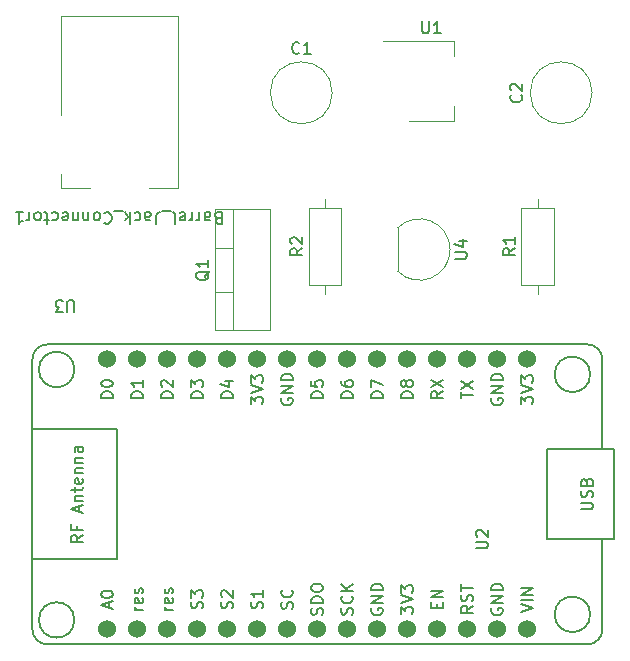
<source format=gbr>
%TF.GenerationSoftware,KiCad,Pcbnew,(6.0.7)*%
%TF.CreationDate,2024-02-17T17:29:39-05:00*%
%TF.ProjectId,temp_fan_controller,74656d70-5f66-4616-9e5f-636f6e74726f,rev?*%
%TF.SameCoordinates,Original*%
%TF.FileFunction,Legend,Top*%
%TF.FilePolarity,Positive*%
%FSLAX46Y46*%
G04 Gerber Fmt 4.6, Leading zero omitted, Abs format (unit mm)*
G04 Created by KiCad (PCBNEW (6.0.7)) date 2024-02-17 17:29:39*
%MOMM*%
%LPD*%
G01*
G04 APERTURE LIST*
%ADD10C,0.150000*%
%ADD11C,0.120000*%
%ADD12C,1.524000*%
G04 APERTURE END LIST*
D10*
%TO.C,U4*%
X127012380Y-81031904D02*
X127821904Y-81031904D01*
X127917142Y-80984285D01*
X127964761Y-80936666D01*
X128012380Y-80841428D01*
X128012380Y-80650952D01*
X127964761Y-80555714D01*
X127917142Y-80508095D01*
X127821904Y-80460476D01*
X127012380Y-80460476D01*
X127345714Y-79555714D02*
X128012380Y-79555714D01*
X126964761Y-79793809D02*
X127679047Y-80031904D01*
X127679047Y-79412857D01*
%TO.C,U3*%
X94761904Y-85547619D02*
X94761904Y-84738095D01*
X94714285Y-84642857D01*
X94666666Y-84595238D01*
X94571428Y-84547619D01*
X94380952Y-84547619D01*
X94285714Y-84595238D01*
X94238095Y-84642857D01*
X94190476Y-84738095D01*
X94190476Y-85547619D01*
X93809523Y-85547619D02*
X93190476Y-85547619D01*
X93523809Y-85166666D01*
X93380952Y-85166666D01*
X93285714Y-85119047D01*
X93238095Y-85071428D01*
X93190476Y-84976190D01*
X93190476Y-84738095D01*
X93238095Y-84642857D01*
X93285714Y-84595238D01*
X93380952Y-84547619D01*
X93666666Y-84547619D01*
X93761904Y-84595238D01*
X93809523Y-84642857D01*
%TO.C,U2*%
X128787380Y-105571904D02*
X129596904Y-105571904D01*
X129692142Y-105524285D01*
X129739761Y-105476666D01*
X129787380Y-105381428D01*
X129787380Y-105190952D01*
X129739761Y-105095714D01*
X129692142Y-105048095D01*
X129596904Y-105000476D01*
X128787380Y-105000476D01*
X128882619Y-104571904D02*
X128835000Y-104524285D01*
X128787380Y-104429047D01*
X128787380Y-104190952D01*
X128835000Y-104095714D01*
X128882619Y-104048095D01*
X128977857Y-104000476D01*
X129073095Y-104000476D01*
X129215952Y-104048095D01*
X129787380Y-104619523D01*
X129787380Y-104000476D01*
X118357380Y-92848095D02*
X117357380Y-92848095D01*
X117357380Y-92610000D01*
X117405000Y-92467142D01*
X117500238Y-92371904D01*
X117595476Y-92324285D01*
X117785952Y-92276666D01*
X117928809Y-92276666D01*
X118119285Y-92324285D01*
X118214523Y-92371904D01*
X118309761Y-92467142D01*
X118357380Y-92610000D01*
X118357380Y-92848095D01*
X117357380Y-91419523D02*
X117357380Y-91610000D01*
X117405000Y-91705238D01*
X117452619Y-91752857D01*
X117595476Y-91848095D01*
X117785952Y-91895714D01*
X118166904Y-91895714D01*
X118262142Y-91848095D01*
X118309761Y-91800476D01*
X118357380Y-91705238D01*
X118357380Y-91514761D01*
X118309761Y-91419523D01*
X118262142Y-91371904D01*
X118166904Y-91324285D01*
X117928809Y-91324285D01*
X117833571Y-91371904D01*
X117785952Y-91419523D01*
X117738333Y-91514761D01*
X117738333Y-91705238D01*
X117785952Y-91800476D01*
X117833571Y-91848095D01*
X117928809Y-91895714D01*
X98037380Y-92848095D02*
X97037380Y-92848095D01*
X97037380Y-92610000D01*
X97085000Y-92467142D01*
X97180238Y-92371904D01*
X97275476Y-92324285D01*
X97465952Y-92276666D01*
X97608809Y-92276666D01*
X97799285Y-92324285D01*
X97894523Y-92371904D01*
X97989761Y-92467142D01*
X98037380Y-92610000D01*
X98037380Y-92848095D01*
X97037380Y-91657619D02*
X97037380Y-91562380D01*
X97085000Y-91467142D01*
X97132619Y-91419523D01*
X97227857Y-91371904D01*
X97418333Y-91324285D01*
X97656428Y-91324285D01*
X97846904Y-91371904D01*
X97942142Y-91419523D01*
X97989761Y-91467142D01*
X98037380Y-91562380D01*
X98037380Y-91657619D01*
X97989761Y-91752857D01*
X97942142Y-91800476D01*
X97846904Y-91848095D01*
X97656428Y-91895714D01*
X97418333Y-91895714D01*
X97227857Y-91848095D01*
X97132619Y-91800476D01*
X97085000Y-91752857D01*
X97037380Y-91657619D01*
X125453571Y-110628095D02*
X125453571Y-110294761D01*
X125977380Y-110151904D02*
X125977380Y-110628095D01*
X124977380Y-110628095D01*
X124977380Y-110151904D01*
X125977380Y-109723333D02*
X124977380Y-109723333D01*
X125977380Y-109151904D01*
X124977380Y-109151904D01*
X100577380Y-110794761D02*
X99910714Y-110794761D01*
X100101190Y-110794761D02*
X100005952Y-110747142D01*
X99958333Y-110699523D01*
X99910714Y-110604285D01*
X99910714Y-110509047D01*
X100529761Y-109794761D02*
X100577380Y-109890000D01*
X100577380Y-110080476D01*
X100529761Y-110175714D01*
X100434523Y-110223333D01*
X100053571Y-110223333D01*
X99958333Y-110175714D01*
X99910714Y-110080476D01*
X99910714Y-109890000D01*
X99958333Y-109794761D01*
X100053571Y-109747142D01*
X100148809Y-109747142D01*
X100244047Y-110223333D01*
X100529761Y-109366190D02*
X100577380Y-109270952D01*
X100577380Y-109080476D01*
X100529761Y-108985238D01*
X100434523Y-108937619D01*
X100386904Y-108937619D01*
X100291666Y-108985238D01*
X100244047Y-109080476D01*
X100244047Y-109223333D01*
X100196428Y-109318571D01*
X100101190Y-109366190D01*
X100053571Y-109366190D01*
X99958333Y-109318571D01*
X99910714Y-109223333D01*
X99910714Y-109080476D01*
X99958333Y-108985238D01*
X95497380Y-104452380D02*
X95021190Y-104785714D01*
X95497380Y-105023809D02*
X94497380Y-105023809D01*
X94497380Y-104642857D01*
X94545000Y-104547619D01*
X94592619Y-104500000D01*
X94687857Y-104452380D01*
X94830714Y-104452380D01*
X94925952Y-104500000D01*
X94973571Y-104547619D01*
X95021190Y-104642857D01*
X95021190Y-105023809D01*
X94973571Y-103690476D02*
X94973571Y-104023809D01*
X95497380Y-104023809D02*
X94497380Y-104023809D01*
X94497380Y-103547619D01*
X95211666Y-102452380D02*
X95211666Y-101976190D01*
X95497380Y-102547619D02*
X94497380Y-102214285D01*
X95497380Y-101880952D01*
X94830714Y-101547619D02*
X95497380Y-101547619D01*
X94925952Y-101547619D02*
X94878333Y-101500000D01*
X94830714Y-101404761D01*
X94830714Y-101261904D01*
X94878333Y-101166666D01*
X94973571Y-101119047D01*
X95497380Y-101119047D01*
X94830714Y-100785714D02*
X94830714Y-100404761D01*
X94497380Y-100642857D02*
X95354523Y-100642857D01*
X95449761Y-100595238D01*
X95497380Y-100500000D01*
X95497380Y-100404761D01*
X95449761Y-99690476D02*
X95497380Y-99785714D01*
X95497380Y-99976190D01*
X95449761Y-100071428D01*
X95354523Y-100119047D01*
X94973571Y-100119047D01*
X94878333Y-100071428D01*
X94830714Y-99976190D01*
X94830714Y-99785714D01*
X94878333Y-99690476D01*
X94973571Y-99642857D01*
X95068809Y-99642857D01*
X95164047Y-100119047D01*
X94830714Y-99214285D02*
X95497380Y-99214285D01*
X94925952Y-99214285D02*
X94878333Y-99166666D01*
X94830714Y-99071428D01*
X94830714Y-98928571D01*
X94878333Y-98833333D01*
X94973571Y-98785714D01*
X95497380Y-98785714D01*
X94830714Y-98309523D02*
X95497380Y-98309523D01*
X94925952Y-98309523D02*
X94878333Y-98261904D01*
X94830714Y-98166666D01*
X94830714Y-98023809D01*
X94878333Y-97928571D01*
X94973571Y-97880952D01*
X95497380Y-97880952D01*
X95497380Y-96976190D02*
X94973571Y-96976190D01*
X94878333Y-97023809D01*
X94830714Y-97119047D01*
X94830714Y-97309523D01*
X94878333Y-97404761D01*
X95449761Y-96976190D02*
X95497380Y-97071428D01*
X95497380Y-97309523D01*
X95449761Y-97404761D01*
X95354523Y-97452380D01*
X95259285Y-97452380D01*
X95164047Y-97404761D01*
X95116428Y-97309523D01*
X95116428Y-97071428D01*
X95068809Y-96976190D01*
X137677380Y-102261904D02*
X138486904Y-102261904D01*
X138582142Y-102214285D01*
X138629761Y-102166666D01*
X138677380Y-102071428D01*
X138677380Y-101880952D01*
X138629761Y-101785714D01*
X138582142Y-101738095D01*
X138486904Y-101690476D01*
X137677380Y-101690476D01*
X138629761Y-101261904D02*
X138677380Y-101119047D01*
X138677380Y-100880952D01*
X138629761Y-100785714D01*
X138582142Y-100738095D01*
X138486904Y-100690476D01*
X138391666Y-100690476D01*
X138296428Y-100738095D01*
X138248809Y-100785714D01*
X138201190Y-100880952D01*
X138153571Y-101071428D01*
X138105952Y-101166666D01*
X138058333Y-101214285D01*
X137963095Y-101261904D01*
X137867857Y-101261904D01*
X137772619Y-101214285D01*
X137725000Y-101166666D01*
X137677380Y-101071428D01*
X137677380Y-100833333D01*
X137725000Y-100690476D01*
X138153571Y-99928571D02*
X138201190Y-99785714D01*
X138248809Y-99738095D01*
X138344047Y-99690476D01*
X138486904Y-99690476D01*
X138582142Y-99738095D01*
X138629761Y-99785714D01*
X138677380Y-99880952D01*
X138677380Y-100261904D01*
X137677380Y-100261904D01*
X137677380Y-99928571D01*
X137725000Y-99833333D01*
X137772619Y-99785714D01*
X137867857Y-99738095D01*
X137963095Y-99738095D01*
X138058333Y-99785714D01*
X138105952Y-99833333D01*
X138153571Y-99928571D01*
X138153571Y-100261904D01*
X125977380Y-92276666D02*
X125501190Y-92610000D01*
X125977380Y-92848095D02*
X124977380Y-92848095D01*
X124977380Y-92467142D01*
X125025000Y-92371904D01*
X125072619Y-92324285D01*
X125167857Y-92276666D01*
X125310714Y-92276666D01*
X125405952Y-92324285D01*
X125453571Y-92371904D01*
X125501190Y-92467142D01*
X125501190Y-92848095D01*
X124977380Y-91943333D02*
X125977380Y-91276666D01*
X124977380Y-91276666D02*
X125977380Y-91943333D01*
X100577380Y-92848095D02*
X99577380Y-92848095D01*
X99577380Y-92610000D01*
X99625000Y-92467142D01*
X99720238Y-92371904D01*
X99815476Y-92324285D01*
X100005952Y-92276666D01*
X100148809Y-92276666D01*
X100339285Y-92324285D01*
X100434523Y-92371904D01*
X100529761Y-92467142D01*
X100577380Y-92610000D01*
X100577380Y-92848095D01*
X100577380Y-91324285D02*
X100577380Y-91895714D01*
X100577380Y-91610000D02*
X99577380Y-91610000D01*
X99720238Y-91705238D01*
X99815476Y-91800476D01*
X99863095Y-91895714D01*
X132597380Y-110985238D02*
X133597380Y-110651904D01*
X132597380Y-110318571D01*
X133597380Y-109985238D02*
X132597380Y-109985238D01*
X133597380Y-109509047D02*
X132597380Y-109509047D01*
X133597380Y-108937619D01*
X132597380Y-108937619D01*
X119945000Y-110651904D02*
X119897380Y-110747142D01*
X119897380Y-110890000D01*
X119945000Y-111032857D01*
X120040238Y-111128095D01*
X120135476Y-111175714D01*
X120325952Y-111223333D01*
X120468809Y-111223333D01*
X120659285Y-111175714D01*
X120754523Y-111128095D01*
X120849761Y-111032857D01*
X120897380Y-110890000D01*
X120897380Y-110794761D01*
X120849761Y-110651904D01*
X120802142Y-110604285D01*
X120468809Y-110604285D01*
X120468809Y-110794761D01*
X120897380Y-110175714D02*
X119897380Y-110175714D01*
X120897380Y-109604285D01*
X119897380Y-109604285D01*
X120897380Y-109128095D02*
X119897380Y-109128095D01*
X119897380Y-108890000D01*
X119945000Y-108747142D01*
X120040238Y-108651904D01*
X120135476Y-108604285D01*
X120325952Y-108556666D01*
X120468809Y-108556666D01*
X120659285Y-108604285D01*
X120754523Y-108651904D01*
X120849761Y-108747142D01*
X120897380Y-108890000D01*
X120897380Y-109128095D01*
X115769761Y-111199523D02*
X115817380Y-111056666D01*
X115817380Y-110818571D01*
X115769761Y-110723333D01*
X115722142Y-110675714D01*
X115626904Y-110628095D01*
X115531666Y-110628095D01*
X115436428Y-110675714D01*
X115388809Y-110723333D01*
X115341190Y-110818571D01*
X115293571Y-111009047D01*
X115245952Y-111104285D01*
X115198333Y-111151904D01*
X115103095Y-111199523D01*
X115007857Y-111199523D01*
X114912619Y-111151904D01*
X114865000Y-111104285D01*
X114817380Y-111009047D01*
X114817380Y-110770952D01*
X114865000Y-110628095D01*
X115817380Y-110199523D02*
X114817380Y-110199523D01*
X114817380Y-109961428D01*
X114865000Y-109818571D01*
X114960238Y-109723333D01*
X115055476Y-109675714D01*
X115245952Y-109628095D01*
X115388809Y-109628095D01*
X115579285Y-109675714D01*
X115674523Y-109723333D01*
X115769761Y-109818571D01*
X115817380Y-109961428D01*
X115817380Y-110199523D01*
X114817380Y-109009047D02*
X114817380Y-108818571D01*
X114865000Y-108723333D01*
X114960238Y-108628095D01*
X115150714Y-108580476D01*
X115484047Y-108580476D01*
X115674523Y-108628095D01*
X115769761Y-108723333D01*
X115817380Y-108818571D01*
X115817380Y-109009047D01*
X115769761Y-109104285D01*
X115674523Y-109199523D01*
X115484047Y-109247142D01*
X115150714Y-109247142D01*
X114960238Y-109199523D01*
X114865000Y-109104285D01*
X114817380Y-109009047D01*
X97751666Y-110604285D02*
X97751666Y-110128095D01*
X98037380Y-110699523D02*
X97037380Y-110366190D01*
X98037380Y-110032857D01*
X97037380Y-109509047D02*
X97037380Y-109413809D01*
X97085000Y-109318571D01*
X97132619Y-109270952D01*
X97227857Y-109223333D01*
X97418333Y-109175714D01*
X97656428Y-109175714D01*
X97846904Y-109223333D01*
X97942142Y-109270952D01*
X97989761Y-109318571D01*
X98037380Y-109413809D01*
X98037380Y-109509047D01*
X97989761Y-109604285D01*
X97942142Y-109651904D01*
X97846904Y-109699523D01*
X97656428Y-109747142D01*
X97418333Y-109747142D01*
X97227857Y-109699523D01*
X97132619Y-109651904D01*
X97085000Y-109604285D01*
X97037380Y-109509047D01*
X108197380Y-92848095D02*
X107197380Y-92848095D01*
X107197380Y-92610000D01*
X107245000Y-92467142D01*
X107340238Y-92371904D01*
X107435476Y-92324285D01*
X107625952Y-92276666D01*
X107768809Y-92276666D01*
X107959285Y-92324285D01*
X108054523Y-92371904D01*
X108149761Y-92467142D01*
X108197380Y-92610000D01*
X108197380Y-92848095D01*
X107530714Y-91419523D02*
X108197380Y-91419523D01*
X107149761Y-91657619D02*
X107864047Y-91895714D01*
X107864047Y-91276666D01*
X130105000Y-92871904D02*
X130057380Y-92967142D01*
X130057380Y-93110000D01*
X130105000Y-93252857D01*
X130200238Y-93348095D01*
X130295476Y-93395714D01*
X130485952Y-93443333D01*
X130628809Y-93443333D01*
X130819285Y-93395714D01*
X130914523Y-93348095D01*
X131009761Y-93252857D01*
X131057380Y-93110000D01*
X131057380Y-93014761D01*
X131009761Y-92871904D01*
X130962142Y-92824285D01*
X130628809Y-92824285D01*
X130628809Y-93014761D01*
X131057380Y-92395714D02*
X130057380Y-92395714D01*
X131057380Y-91824285D01*
X130057380Y-91824285D01*
X131057380Y-91348095D02*
X130057380Y-91348095D01*
X130057380Y-91110000D01*
X130105000Y-90967142D01*
X130200238Y-90871904D01*
X130295476Y-90824285D01*
X130485952Y-90776666D01*
X130628809Y-90776666D01*
X130819285Y-90824285D01*
X130914523Y-90871904D01*
X131009761Y-90967142D01*
X131057380Y-91110000D01*
X131057380Y-91348095D01*
X122437380Y-111128095D02*
X122437380Y-110509047D01*
X122818333Y-110842380D01*
X122818333Y-110699523D01*
X122865952Y-110604285D01*
X122913571Y-110556666D01*
X123008809Y-110509047D01*
X123246904Y-110509047D01*
X123342142Y-110556666D01*
X123389761Y-110604285D01*
X123437380Y-110699523D01*
X123437380Y-110985238D01*
X123389761Y-111080476D01*
X123342142Y-111128095D01*
X122437380Y-110223333D02*
X123437380Y-109890000D01*
X122437380Y-109556666D01*
X122437380Y-109318571D02*
X122437380Y-108699523D01*
X122818333Y-109032857D01*
X122818333Y-108890000D01*
X122865952Y-108794761D01*
X122913571Y-108747142D01*
X123008809Y-108699523D01*
X123246904Y-108699523D01*
X123342142Y-108747142D01*
X123389761Y-108794761D01*
X123437380Y-108890000D01*
X123437380Y-109175714D01*
X123389761Y-109270952D01*
X123342142Y-109318571D01*
X110689761Y-110651904D02*
X110737380Y-110509047D01*
X110737380Y-110270952D01*
X110689761Y-110175714D01*
X110642142Y-110128095D01*
X110546904Y-110080476D01*
X110451666Y-110080476D01*
X110356428Y-110128095D01*
X110308809Y-110175714D01*
X110261190Y-110270952D01*
X110213571Y-110461428D01*
X110165952Y-110556666D01*
X110118333Y-110604285D01*
X110023095Y-110651904D01*
X109927857Y-110651904D01*
X109832619Y-110604285D01*
X109785000Y-110556666D01*
X109737380Y-110461428D01*
X109737380Y-110223333D01*
X109785000Y-110080476D01*
X110737380Y-109128095D02*
X110737380Y-109699523D01*
X110737380Y-109413809D02*
X109737380Y-109413809D01*
X109880238Y-109509047D01*
X109975476Y-109604285D01*
X110023095Y-109699523D01*
X109737380Y-93348095D02*
X109737380Y-92729047D01*
X110118333Y-93062380D01*
X110118333Y-92919523D01*
X110165952Y-92824285D01*
X110213571Y-92776666D01*
X110308809Y-92729047D01*
X110546904Y-92729047D01*
X110642142Y-92776666D01*
X110689761Y-92824285D01*
X110737380Y-92919523D01*
X110737380Y-93205238D01*
X110689761Y-93300476D01*
X110642142Y-93348095D01*
X109737380Y-92443333D02*
X110737380Y-92110000D01*
X109737380Y-91776666D01*
X109737380Y-91538571D02*
X109737380Y-90919523D01*
X110118333Y-91252857D01*
X110118333Y-91110000D01*
X110165952Y-91014761D01*
X110213571Y-90967142D01*
X110308809Y-90919523D01*
X110546904Y-90919523D01*
X110642142Y-90967142D01*
X110689761Y-91014761D01*
X110737380Y-91110000D01*
X110737380Y-91395714D01*
X110689761Y-91490952D01*
X110642142Y-91538571D01*
X120897380Y-92848095D02*
X119897380Y-92848095D01*
X119897380Y-92610000D01*
X119945000Y-92467142D01*
X120040238Y-92371904D01*
X120135476Y-92324285D01*
X120325952Y-92276666D01*
X120468809Y-92276666D01*
X120659285Y-92324285D01*
X120754523Y-92371904D01*
X120849761Y-92467142D01*
X120897380Y-92610000D01*
X120897380Y-92848095D01*
X119897380Y-91943333D02*
X119897380Y-91276666D01*
X120897380Y-91705238D01*
X123437380Y-92848095D02*
X122437380Y-92848095D01*
X122437380Y-92610000D01*
X122485000Y-92467142D01*
X122580238Y-92371904D01*
X122675476Y-92324285D01*
X122865952Y-92276666D01*
X123008809Y-92276666D01*
X123199285Y-92324285D01*
X123294523Y-92371904D01*
X123389761Y-92467142D01*
X123437380Y-92610000D01*
X123437380Y-92848095D01*
X122865952Y-91705238D02*
X122818333Y-91800476D01*
X122770714Y-91848095D01*
X122675476Y-91895714D01*
X122627857Y-91895714D01*
X122532619Y-91848095D01*
X122485000Y-91800476D01*
X122437380Y-91705238D01*
X122437380Y-91514761D01*
X122485000Y-91419523D01*
X122532619Y-91371904D01*
X122627857Y-91324285D01*
X122675476Y-91324285D01*
X122770714Y-91371904D01*
X122818333Y-91419523D01*
X122865952Y-91514761D01*
X122865952Y-91705238D01*
X122913571Y-91800476D01*
X122961190Y-91848095D01*
X123056428Y-91895714D01*
X123246904Y-91895714D01*
X123342142Y-91848095D01*
X123389761Y-91800476D01*
X123437380Y-91705238D01*
X123437380Y-91514761D01*
X123389761Y-91419523D01*
X123342142Y-91371904D01*
X123246904Y-91324285D01*
X123056428Y-91324285D01*
X122961190Y-91371904D01*
X122913571Y-91419523D01*
X122865952Y-91514761D01*
X113229761Y-110675714D02*
X113277380Y-110532857D01*
X113277380Y-110294761D01*
X113229761Y-110199523D01*
X113182142Y-110151904D01*
X113086904Y-110104285D01*
X112991666Y-110104285D01*
X112896428Y-110151904D01*
X112848809Y-110199523D01*
X112801190Y-110294761D01*
X112753571Y-110485238D01*
X112705952Y-110580476D01*
X112658333Y-110628095D01*
X112563095Y-110675714D01*
X112467857Y-110675714D01*
X112372619Y-110628095D01*
X112325000Y-110580476D01*
X112277380Y-110485238D01*
X112277380Y-110247142D01*
X112325000Y-110104285D01*
X113182142Y-109104285D02*
X113229761Y-109151904D01*
X113277380Y-109294761D01*
X113277380Y-109390000D01*
X113229761Y-109532857D01*
X113134523Y-109628095D01*
X113039285Y-109675714D01*
X112848809Y-109723333D01*
X112705952Y-109723333D01*
X112515476Y-109675714D01*
X112420238Y-109628095D01*
X112325000Y-109532857D01*
X112277380Y-109390000D01*
X112277380Y-109294761D01*
X112325000Y-109151904D01*
X112372619Y-109104285D01*
X105657380Y-92848095D02*
X104657380Y-92848095D01*
X104657380Y-92610000D01*
X104705000Y-92467142D01*
X104800238Y-92371904D01*
X104895476Y-92324285D01*
X105085952Y-92276666D01*
X105228809Y-92276666D01*
X105419285Y-92324285D01*
X105514523Y-92371904D01*
X105609761Y-92467142D01*
X105657380Y-92610000D01*
X105657380Y-92848095D01*
X104657380Y-91943333D02*
X104657380Y-91324285D01*
X105038333Y-91657619D01*
X105038333Y-91514761D01*
X105085952Y-91419523D01*
X105133571Y-91371904D01*
X105228809Y-91324285D01*
X105466904Y-91324285D01*
X105562142Y-91371904D01*
X105609761Y-91419523D01*
X105657380Y-91514761D01*
X105657380Y-91800476D01*
X105609761Y-91895714D01*
X105562142Y-91943333D01*
X128517380Y-110437619D02*
X128041190Y-110770952D01*
X128517380Y-111009047D02*
X127517380Y-111009047D01*
X127517380Y-110628095D01*
X127565000Y-110532857D01*
X127612619Y-110485238D01*
X127707857Y-110437619D01*
X127850714Y-110437619D01*
X127945952Y-110485238D01*
X127993571Y-110532857D01*
X128041190Y-110628095D01*
X128041190Y-111009047D01*
X128469761Y-110056666D02*
X128517380Y-109913809D01*
X128517380Y-109675714D01*
X128469761Y-109580476D01*
X128422142Y-109532857D01*
X128326904Y-109485238D01*
X128231666Y-109485238D01*
X128136428Y-109532857D01*
X128088809Y-109580476D01*
X128041190Y-109675714D01*
X127993571Y-109866190D01*
X127945952Y-109961428D01*
X127898333Y-110009047D01*
X127803095Y-110056666D01*
X127707857Y-110056666D01*
X127612619Y-110009047D01*
X127565000Y-109961428D01*
X127517380Y-109866190D01*
X127517380Y-109628095D01*
X127565000Y-109485238D01*
X127517380Y-109199523D02*
X127517380Y-108628095D01*
X128517380Y-108913809D02*
X127517380Y-108913809D01*
X108149761Y-110651904D02*
X108197380Y-110509047D01*
X108197380Y-110270952D01*
X108149761Y-110175714D01*
X108102142Y-110128095D01*
X108006904Y-110080476D01*
X107911666Y-110080476D01*
X107816428Y-110128095D01*
X107768809Y-110175714D01*
X107721190Y-110270952D01*
X107673571Y-110461428D01*
X107625952Y-110556666D01*
X107578333Y-110604285D01*
X107483095Y-110651904D01*
X107387857Y-110651904D01*
X107292619Y-110604285D01*
X107245000Y-110556666D01*
X107197380Y-110461428D01*
X107197380Y-110223333D01*
X107245000Y-110080476D01*
X107292619Y-109699523D02*
X107245000Y-109651904D01*
X107197380Y-109556666D01*
X107197380Y-109318571D01*
X107245000Y-109223333D01*
X107292619Y-109175714D01*
X107387857Y-109128095D01*
X107483095Y-109128095D01*
X107625952Y-109175714D01*
X108197380Y-109747142D01*
X108197380Y-109128095D01*
X127517380Y-92871904D02*
X127517380Y-92300476D01*
X128517380Y-92586190D02*
X127517380Y-92586190D01*
X127517380Y-92062380D02*
X128517380Y-91395714D01*
X127517380Y-91395714D02*
X128517380Y-92062380D01*
X118309761Y-111175714D02*
X118357380Y-111032857D01*
X118357380Y-110794761D01*
X118309761Y-110699523D01*
X118262142Y-110651904D01*
X118166904Y-110604285D01*
X118071666Y-110604285D01*
X117976428Y-110651904D01*
X117928809Y-110699523D01*
X117881190Y-110794761D01*
X117833571Y-110985238D01*
X117785952Y-111080476D01*
X117738333Y-111128095D01*
X117643095Y-111175714D01*
X117547857Y-111175714D01*
X117452619Y-111128095D01*
X117405000Y-111080476D01*
X117357380Y-110985238D01*
X117357380Y-110747142D01*
X117405000Y-110604285D01*
X118262142Y-109604285D02*
X118309761Y-109651904D01*
X118357380Y-109794761D01*
X118357380Y-109890000D01*
X118309761Y-110032857D01*
X118214523Y-110128095D01*
X118119285Y-110175714D01*
X117928809Y-110223333D01*
X117785952Y-110223333D01*
X117595476Y-110175714D01*
X117500238Y-110128095D01*
X117405000Y-110032857D01*
X117357380Y-109890000D01*
X117357380Y-109794761D01*
X117405000Y-109651904D01*
X117452619Y-109604285D01*
X118357380Y-109175714D02*
X117357380Y-109175714D01*
X118357380Y-108604285D02*
X117785952Y-109032857D01*
X117357380Y-108604285D02*
X117928809Y-109175714D01*
X103117380Y-92848095D02*
X102117380Y-92848095D01*
X102117380Y-92610000D01*
X102165000Y-92467142D01*
X102260238Y-92371904D01*
X102355476Y-92324285D01*
X102545952Y-92276666D01*
X102688809Y-92276666D01*
X102879285Y-92324285D01*
X102974523Y-92371904D01*
X103069761Y-92467142D01*
X103117380Y-92610000D01*
X103117380Y-92848095D01*
X102212619Y-91895714D02*
X102165000Y-91848095D01*
X102117380Y-91752857D01*
X102117380Y-91514761D01*
X102165000Y-91419523D01*
X102212619Y-91371904D01*
X102307857Y-91324285D01*
X102403095Y-91324285D01*
X102545952Y-91371904D01*
X103117380Y-91943333D01*
X103117380Y-91324285D01*
X105609761Y-110651904D02*
X105657380Y-110509047D01*
X105657380Y-110270952D01*
X105609761Y-110175714D01*
X105562142Y-110128095D01*
X105466904Y-110080476D01*
X105371666Y-110080476D01*
X105276428Y-110128095D01*
X105228809Y-110175714D01*
X105181190Y-110270952D01*
X105133571Y-110461428D01*
X105085952Y-110556666D01*
X105038333Y-110604285D01*
X104943095Y-110651904D01*
X104847857Y-110651904D01*
X104752619Y-110604285D01*
X104705000Y-110556666D01*
X104657380Y-110461428D01*
X104657380Y-110223333D01*
X104705000Y-110080476D01*
X104657380Y-109747142D02*
X104657380Y-109128095D01*
X105038333Y-109461428D01*
X105038333Y-109318571D01*
X105085952Y-109223333D01*
X105133571Y-109175714D01*
X105228809Y-109128095D01*
X105466904Y-109128095D01*
X105562142Y-109175714D01*
X105609761Y-109223333D01*
X105657380Y-109318571D01*
X105657380Y-109604285D01*
X105609761Y-109699523D01*
X105562142Y-109747142D01*
X130105000Y-110651904D02*
X130057380Y-110747142D01*
X130057380Y-110890000D01*
X130105000Y-111032857D01*
X130200238Y-111128095D01*
X130295476Y-111175714D01*
X130485952Y-111223333D01*
X130628809Y-111223333D01*
X130819285Y-111175714D01*
X130914523Y-111128095D01*
X131009761Y-111032857D01*
X131057380Y-110890000D01*
X131057380Y-110794761D01*
X131009761Y-110651904D01*
X130962142Y-110604285D01*
X130628809Y-110604285D01*
X130628809Y-110794761D01*
X131057380Y-110175714D02*
X130057380Y-110175714D01*
X131057380Y-109604285D01*
X130057380Y-109604285D01*
X131057380Y-109128095D02*
X130057380Y-109128095D01*
X130057380Y-108890000D01*
X130105000Y-108747142D01*
X130200238Y-108651904D01*
X130295476Y-108604285D01*
X130485952Y-108556666D01*
X130628809Y-108556666D01*
X130819285Y-108604285D01*
X130914523Y-108651904D01*
X131009761Y-108747142D01*
X131057380Y-108890000D01*
X131057380Y-109128095D01*
X132597380Y-93348095D02*
X132597380Y-92729047D01*
X132978333Y-93062380D01*
X132978333Y-92919523D01*
X133025952Y-92824285D01*
X133073571Y-92776666D01*
X133168809Y-92729047D01*
X133406904Y-92729047D01*
X133502142Y-92776666D01*
X133549761Y-92824285D01*
X133597380Y-92919523D01*
X133597380Y-93205238D01*
X133549761Y-93300476D01*
X133502142Y-93348095D01*
X132597380Y-92443333D02*
X133597380Y-92110000D01*
X132597380Y-91776666D01*
X132597380Y-91538571D02*
X132597380Y-90919523D01*
X132978333Y-91252857D01*
X132978333Y-91110000D01*
X133025952Y-91014761D01*
X133073571Y-90967142D01*
X133168809Y-90919523D01*
X133406904Y-90919523D01*
X133502142Y-90967142D01*
X133549761Y-91014761D01*
X133597380Y-91110000D01*
X133597380Y-91395714D01*
X133549761Y-91490952D01*
X133502142Y-91538571D01*
X115817380Y-92848095D02*
X114817380Y-92848095D01*
X114817380Y-92610000D01*
X114865000Y-92467142D01*
X114960238Y-92371904D01*
X115055476Y-92324285D01*
X115245952Y-92276666D01*
X115388809Y-92276666D01*
X115579285Y-92324285D01*
X115674523Y-92371904D01*
X115769761Y-92467142D01*
X115817380Y-92610000D01*
X115817380Y-92848095D01*
X114817380Y-91371904D02*
X114817380Y-91848095D01*
X115293571Y-91895714D01*
X115245952Y-91848095D01*
X115198333Y-91752857D01*
X115198333Y-91514761D01*
X115245952Y-91419523D01*
X115293571Y-91371904D01*
X115388809Y-91324285D01*
X115626904Y-91324285D01*
X115722142Y-91371904D01*
X115769761Y-91419523D01*
X115817380Y-91514761D01*
X115817380Y-91752857D01*
X115769761Y-91848095D01*
X115722142Y-91895714D01*
X103117380Y-110794761D02*
X102450714Y-110794761D01*
X102641190Y-110794761D02*
X102545952Y-110747142D01*
X102498333Y-110699523D01*
X102450714Y-110604285D01*
X102450714Y-110509047D01*
X103069761Y-109794761D02*
X103117380Y-109890000D01*
X103117380Y-110080476D01*
X103069761Y-110175714D01*
X102974523Y-110223333D01*
X102593571Y-110223333D01*
X102498333Y-110175714D01*
X102450714Y-110080476D01*
X102450714Y-109890000D01*
X102498333Y-109794761D01*
X102593571Y-109747142D01*
X102688809Y-109747142D01*
X102784047Y-110223333D01*
X103069761Y-109366190D02*
X103117380Y-109270952D01*
X103117380Y-109080476D01*
X103069761Y-108985238D01*
X102974523Y-108937619D01*
X102926904Y-108937619D01*
X102831666Y-108985238D01*
X102784047Y-109080476D01*
X102784047Y-109223333D01*
X102736428Y-109318571D01*
X102641190Y-109366190D01*
X102593571Y-109366190D01*
X102498333Y-109318571D01*
X102450714Y-109223333D01*
X102450714Y-109080476D01*
X102498333Y-108985238D01*
X112325000Y-92871904D02*
X112277380Y-92967142D01*
X112277380Y-93110000D01*
X112325000Y-93252857D01*
X112420238Y-93348095D01*
X112515476Y-93395714D01*
X112705952Y-93443333D01*
X112848809Y-93443333D01*
X113039285Y-93395714D01*
X113134523Y-93348095D01*
X113229761Y-93252857D01*
X113277380Y-93110000D01*
X113277380Y-93014761D01*
X113229761Y-92871904D01*
X113182142Y-92824285D01*
X112848809Y-92824285D01*
X112848809Y-93014761D01*
X113277380Y-92395714D02*
X112277380Y-92395714D01*
X113277380Y-91824285D01*
X112277380Y-91824285D01*
X113277380Y-91348095D02*
X112277380Y-91348095D01*
X112277380Y-91110000D01*
X112325000Y-90967142D01*
X112420238Y-90871904D01*
X112515476Y-90824285D01*
X112705952Y-90776666D01*
X112848809Y-90776666D01*
X113039285Y-90824285D01*
X113134523Y-90871904D01*
X113229761Y-90967142D01*
X113277380Y-91110000D01*
X113277380Y-91348095D01*
%TO.C,U1*%
X124238095Y-60952380D02*
X124238095Y-61761904D01*
X124285714Y-61857142D01*
X124333333Y-61904761D01*
X124428571Y-61952380D01*
X124619047Y-61952380D01*
X124714285Y-61904761D01*
X124761904Y-61857142D01*
X124809523Y-61761904D01*
X124809523Y-60952380D01*
X125809523Y-61952380D02*
X125238095Y-61952380D01*
X125523809Y-61952380D02*
X125523809Y-60952380D01*
X125428571Y-61095238D01*
X125333333Y-61190476D01*
X125238095Y-61238095D01*
%TO.C,R2*%
X114082380Y-80166666D02*
X113606190Y-80500000D01*
X114082380Y-80738095D02*
X113082380Y-80738095D01*
X113082380Y-80357142D01*
X113130000Y-80261904D01*
X113177619Y-80214285D01*
X113272857Y-80166666D01*
X113415714Y-80166666D01*
X113510952Y-80214285D01*
X113558571Y-80261904D01*
X113606190Y-80357142D01*
X113606190Y-80738095D01*
X113177619Y-79785714D02*
X113130000Y-79738095D01*
X113082380Y-79642857D01*
X113082380Y-79404761D01*
X113130000Y-79309523D01*
X113177619Y-79261904D01*
X113272857Y-79214285D01*
X113368095Y-79214285D01*
X113510952Y-79261904D01*
X114082380Y-79833333D01*
X114082380Y-79214285D01*
%TO.C,R1*%
X132082380Y-80166666D02*
X131606190Y-80500000D01*
X132082380Y-80738095D02*
X131082380Y-80738095D01*
X131082380Y-80357142D01*
X131130000Y-80261904D01*
X131177619Y-80214285D01*
X131272857Y-80166666D01*
X131415714Y-80166666D01*
X131510952Y-80214285D01*
X131558571Y-80261904D01*
X131606190Y-80357142D01*
X131606190Y-80738095D01*
X132082380Y-79214285D02*
X132082380Y-79785714D01*
X132082380Y-79500000D02*
X131082380Y-79500000D01*
X131225238Y-79595238D01*
X131320476Y-79690476D01*
X131368095Y-79785714D01*
%TO.C,Q1*%
X106222619Y-82095238D02*
X106175000Y-82190476D01*
X106079761Y-82285714D01*
X105936904Y-82428571D01*
X105889285Y-82523809D01*
X105889285Y-82619047D01*
X106127380Y-82571428D02*
X106079761Y-82666666D01*
X105984523Y-82761904D01*
X105794047Y-82809523D01*
X105460714Y-82809523D01*
X105270238Y-82761904D01*
X105175000Y-82666666D01*
X105127380Y-82571428D01*
X105127380Y-82380952D01*
X105175000Y-82285714D01*
X105270238Y-82190476D01*
X105460714Y-82142857D01*
X105794047Y-82142857D01*
X105984523Y-82190476D01*
X106079761Y-82285714D01*
X106127380Y-82380952D01*
X106127380Y-82571428D01*
X106127380Y-81190476D02*
X106127380Y-81761904D01*
X106127380Y-81476190D02*
X105127380Y-81476190D01*
X105270238Y-81571428D01*
X105365476Y-81666666D01*
X105413095Y-81761904D01*
%TO.C,C2*%
X132607142Y-67166666D02*
X132654761Y-67214285D01*
X132702380Y-67357142D01*
X132702380Y-67452380D01*
X132654761Y-67595238D01*
X132559523Y-67690476D01*
X132464285Y-67738095D01*
X132273809Y-67785714D01*
X132130952Y-67785714D01*
X131940476Y-67738095D01*
X131845238Y-67690476D01*
X131750000Y-67595238D01*
X131702380Y-67452380D01*
X131702380Y-67357142D01*
X131750000Y-67214285D01*
X131797619Y-67166666D01*
X131797619Y-66785714D02*
X131750000Y-66738095D01*
X131702380Y-66642857D01*
X131702380Y-66404761D01*
X131750000Y-66309523D01*
X131797619Y-66261904D01*
X131892857Y-66214285D01*
X131988095Y-66214285D01*
X132130952Y-66261904D01*
X132702380Y-66833333D01*
X132702380Y-66214285D01*
%TO.C,C1*%
X113833333Y-63607142D02*
X113785714Y-63654761D01*
X113642857Y-63702380D01*
X113547619Y-63702380D01*
X113404761Y-63654761D01*
X113309523Y-63559523D01*
X113261904Y-63464285D01*
X113214285Y-63273809D01*
X113214285Y-63130952D01*
X113261904Y-62940476D01*
X113309523Y-62845238D01*
X113404761Y-62750000D01*
X113547619Y-62702380D01*
X113642857Y-62702380D01*
X113785714Y-62750000D01*
X113833333Y-62797619D01*
X114785714Y-63702380D02*
X114214285Y-63702380D01*
X114500000Y-63702380D02*
X114500000Y-62702380D01*
X114404761Y-62845238D01*
X114309523Y-62940476D01*
X114214285Y-62988095D01*
%TO.C,Barrel_Jack_Connector1*%
X106932142Y-77638628D02*
X106789285Y-77591009D01*
X106741666Y-77543390D01*
X106694047Y-77448152D01*
X106694047Y-77305295D01*
X106741666Y-77210057D01*
X106789285Y-77162438D01*
X106884523Y-77114819D01*
X107265476Y-77114819D01*
X107265476Y-78114819D01*
X106932142Y-78114819D01*
X106836904Y-78067200D01*
X106789285Y-78019580D01*
X106741666Y-77924342D01*
X106741666Y-77829104D01*
X106789285Y-77733866D01*
X106836904Y-77686247D01*
X106932142Y-77638628D01*
X107265476Y-77638628D01*
X105836904Y-77114819D02*
X105836904Y-77638628D01*
X105884523Y-77733866D01*
X105979761Y-77781485D01*
X106170238Y-77781485D01*
X106265476Y-77733866D01*
X105836904Y-77162438D02*
X105932142Y-77114819D01*
X106170238Y-77114819D01*
X106265476Y-77162438D01*
X106313095Y-77257676D01*
X106313095Y-77352914D01*
X106265476Y-77448152D01*
X106170238Y-77495771D01*
X105932142Y-77495771D01*
X105836904Y-77543390D01*
X105360714Y-77114819D02*
X105360714Y-77781485D01*
X105360714Y-77591009D02*
X105313095Y-77686247D01*
X105265476Y-77733866D01*
X105170238Y-77781485D01*
X105075000Y-77781485D01*
X104741666Y-77114819D02*
X104741666Y-77781485D01*
X104741666Y-77591009D02*
X104694047Y-77686247D01*
X104646428Y-77733866D01*
X104551190Y-77781485D01*
X104455952Y-77781485D01*
X103741666Y-77162438D02*
X103836904Y-77114819D01*
X104027380Y-77114819D01*
X104122619Y-77162438D01*
X104170238Y-77257676D01*
X104170238Y-77638628D01*
X104122619Y-77733866D01*
X104027380Y-77781485D01*
X103836904Y-77781485D01*
X103741666Y-77733866D01*
X103694047Y-77638628D01*
X103694047Y-77543390D01*
X104170238Y-77448152D01*
X103122619Y-77114819D02*
X103217857Y-77162438D01*
X103265476Y-77257676D01*
X103265476Y-78114819D01*
X102979761Y-77019580D02*
X102217857Y-77019580D01*
X101694047Y-78114819D02*
X101694047Y-77400533D01*
X101741666Y-77257676D01*
X101836904Y-77162438D01*
X101979761Y-77114819D01*
X102075000Y-77114819D01*
X100789285Y-77114819D02*
X100789285Y-77638628D01*
X100836904Y-77733866D01*
X100932142Y-77781485D01*
X101122619Y-77781485D01*
X101217857Y-77733866D01*
X100789285Y-77162438D02*
X100884523Y-77114819D01*
X101122619Y-77114819D01*
X101217857Y-77162438D01*
X101265476Y-77257676D01*
X101265476Y-77352914D01*
X101217857Y-77448152D01*
X101122619Y-77495771D01*
X100884523Y-77495771D01*
X100789285Y-77543390D01*
X99884523Y-77162438D02*
X99979761Y-77114819D01*
X100170238Y-77114819D01*
X100265476Y-77162438D01*
X100313095Y-77210057D01*
X100360714Y-77305295D01*
X100360714Y-77591009D01*
X100313095Y-77686247D01*
X100265476Y-77733866D01*
X100170238Y-77781485D01*
X99979761Y-77781485D01*
X99884523Y-77733866D01*
X99455952Y-77114819D02*
X99455952Y-78114819D01*
X99360714Y-77495771D02*
X99075000Y-77114819D01*
X99075000Y-77781485D02*
X99455952Y-77400533D01*
X98884523Y-77019580D02*
X98122619Y-77019580D01*
X97313095Y-77210057D02*
X97360714Y-77162438D01*
X97503571Y-77114819D01*
X97598809Y-77114819D01*
X97741666Y-77162438D01*
X97836904Y-77257676D01*
X97884523Y-77352914D01*
X97932142Y-77543390D01*
X97932142Y-77686247D01*
X97884523Y-77876723D01*
X97836904Y-77971961D01*
X97741666Y-78067200D01*
X97598809Y-78114819D01*
X97503571Y-78114819D01*
X97360714Y-78067200D01*
X97313095Y-78019580D01*
X96741666Y-77114819D02*
X96836904Y-77162438D01*
X96884523Y-77210057D01*
X96932142Y-77305295D01*
X96932142Y-77591009D01*
X96884523Y-77686247D01*
X96836904Y-77733866D01*
X96741666Y-77781485D01*
X96598809Y-77781485D01*
X96503571Y-77733866D01*
X96455952Y-77686247D01*
X96408333Y-77591009D01*
X96408333Y-77305295D01*
X96455952Y-77210057D01*
X96503571Y-77162438D01*
X96598809Y-77114819D01*
X96741666Y-77114819D01*
X95979761Y-77781485D02*
X95979761Y-77114819D01*
X95979761Y-77686247D02*
X95932142Y-77733866D01*
X95836904Y-77781485D01*
X95694047Y-77781485D01*
X95598809Y-77733866D01*
X95551190Y-77638628D01*
X95551190Y-77114819D01*
X95075000Y-77781485D02*
X95075000Y-77114819D01*
X95075000Y-77686247D02*
X95027380Y-77733866D01*
X94932142Y-77781485D01*
X94789285Y-77781485D01*
X94694047Y-77733866D01*
X94646428Y-77638628D01*
X94646428Y-77114819D01*
X93789285Y-77162438D02*
X93884523Y-77114819D01*
X94075000Y-77114819D01*
X94170238Y-77162438D01*
X94217857Y-77257676D01*
X94217857Y-77638628D01*
X94170238Y-77733866D01*
X94075000Y-77781485D01*
X93884523Y-77781485D01*
X93789285Y-77733866D01*
X93741666Y-77638628D01*
X93741666Y-77543390D01*
X94217857Y-77448152D01*
X92884523Y-77162438D02*
X92979761Y-77114819D01*
X93170238Y-77114819D01*
X93265476Y-77162438D01*
X93313095Y-77210057D01*
X93360714Y-77305295D01*
X93360714Y-77591009D01*
X93313095Y-77686247D01*
X93265476Y-77733866D01*
X93170238Y-77781485D01*
X92979761Y-77781485D01*
X92884523Y-77733866D01*
X92598809Y-77781485D02*
X92217857Y-77781485D01*
X92455952Y-78114819D02*
X92455952Y-77257676D01*
X92408333Y-77162438D01*
X92313095Y-77114819D01*
X92217857Y-77114819D01*
X91741666Y-77114819D02*
X91836904Y-77162438D01*
X91884523Y-77210057D01*
X91932142Y-77305295D01*
X91932142Y-77591009D01*
X91884523Y-77686247D01*
X91836904Y-77733866D01*
X91741666Y-77781485D01*
X91598809Y-77781485D01*
X91503571Y-77733866D01*
X91455952Y-77686247D01*
X91408333Y-77591009D01*
X91408333Y-77305295D01*
X91455952Y-77210057D01*
X91503571Y-77162438D01*
X91598809Y-77114819D01*
X91741666Y-77114819D01*
X90979761Y-77114819D02*
X90979761Y-77781485D01*
X90979761Y-77591009D02*
X90932142Y-77686247D01*
X90884523Y-77733866D01*
X90789285Y-77781485D01*
X90694047Y-77781485D01*
X89836904Y-77114819D02*
X90408333Y-77114819D01*
X90122619Y-77114819D02*
X90122619Y-78114819D01*
X90217857Y-77971961D01*
X90313095Y-77876723D01*
X90408333Y-77829104D01*
D11*
%TO.C,U4*%
X122150000Y-78470000D02*
X122150000Y-82070000D01*
X122161522Y-82108478D02*
G75*
G03*
X126600000Y-80270000I1838478J1838478D01*
G01*
X126600001Y-80270000D02*
G75*
G03*
X122161522Y-78431522I-2600001J0D01*
G01*
D10*
%TO.C,U2*%
X92505000Y-88300000D02*
X138225000Y-88300000D01*
X134765000Y-97200000D02*
X140495000Y-97200000D01*
X134765000Y-104800000D02*
X134765000Y-97200000D01*
X91235000Y-89570000D02*
X91235000Y-112430000D01*
X140495000Y-97200000D02*
X140495000Y-104800000D01*
X98365000Y-106500000D02*
X91235000Y-106500000D01*
X91235000Y-95500000D02*
X98365000Y-95500000D01*
X92505000Y-113700000D02*
X138225000Y-113700000D01*
X140495000Y-104800000D02*
X134765000Y-104800000D01*
X139495000Y-104810000D02*
X139495000Y-112430000D01*
X98365000Y-95500000D02*
X98365000Y-106500000D01*
X139495000Y-89570000D02*
X139495000Y-97190000D01*
X139495000Y-89570000D02*
G75*
G03*
X138225000Y-88300000I-1270000J0D01*
G01*
X92505000Y-88300000D02*
G75*
G03*
X91235000Y-89570000I0J-1270000D01*
G01*
X138225000Y-113700000D02*
G75*
G03*
X139495000Y-112430000I1J1269999D01*
G01*
X91235000Y-112430000D02*
G75*
G03*
X92505000Y-113700000I1269999J-1D01*
G01*
X94785000Y-90430000D02*
G75*
G03*
X94785000Y-90430000I-1500000J0D01*
G01*
X138455000Y-111160000D02*
G75*
G03*
X138455000Y-111160000I-1500000J0D01*
G01*
X94785000Y-111630000D02*
G75*
G03*
X94785000Y-111630000I-1500000J0D01*
G01*
X138455000Y-90840000D02*
G75*
G03*
X138455000Y-90840000I-1500000J0D01*
G01*
D11*
%TO.C,U1*%
X120900000Y-62590000D02*
X126910000Y-62590000D01*
X126910000Y-62590000D02*
X126910000Y-63850000D01*
X126910000Y-69410000D02*
X126910000Y-68150000D01*
X123150000Y-69410000D02*
X126910000Y-69410000D01*
%TO.C,R2*%
X116000000Y-75960000D02*
X116000000Y-76730000D01*
X116000000Y-84040000D02*
X116000000Y-83270000D01*
X114630000Y-83270000D02*
X117370000Y-83270000D01*
X117370000Y-76730000D02*
X114630000Y-76730000D01*
X117370000Y-83270000D02*
X117370000Y-76730000D01*
X114630000Y-76730000D02*
X114630000Y-83270000D01*
%TO.C,R1*%
X134000000Y-75960000D02*
X134000000Y-76730000D01*
X134000000Y-84040000D02*
X134000000Y-83270000D01*
X132630000Y-83270000D02*
X135370000Y-83270000D01*
X135370000Y-76730000D02*
X132630000Y-76730000D01*
X135370000Y-83270000D02*
X135370000Y-76730000D01*
X132630000Y-76730000D02*
X132630000Y-83270000D01*
%TO.C,Q1*%
X106675000Y-87120000D02*
X106675000Y-76880000D01*
X106675000Y-83850000D02*
X108185000Y-83850000D01*
X106675000Y-80149000D02*
X108185000Y-80149000D01*
X106675000Y-87120000D02*
X111316000Y-87120000D01*
X111316000Y-87120000D02*
X111316000Y-76880000D01*
X106675000Y-76880000D02*
X111316000Y-76880000D01*
X108185000Y-87120000D02*
X108185000Y-76880000D01*
%TO.C,C2*%
X138620000Y-67000000D02*
G75*
G03*
X138620000Y-67000000I-2620000J0D01*
G01*
%TO.C,C1*%
X116620000Y-67000000D02*
G75*
G03*
X116620000Y-67000000I-2620000J0D01*
G01*
%TO.C,Barrel_Jack_Connector1*%
X93625000Y-60500000D02*
X93625000Y-68900000D01*
X93625000Y-75100000D02*
X96075000Y-75100000D01*
X103525000Y-75100000D02*
X103525000Y-60500000D01*
X93625000Y-75100000D02*
X93625000Y-73900000D01*
X103525000Y-60500000D02*
X93625000Y-60500000D01*
X103525000Y-75100000D02*
X101075000Y-75100000D01*
%TD*%
D12*
%TO.C,U2*%
X97585000Y-112430000D03*
X100125000Y-112430000D03*
X102665000Y-112430000D03*
X105205000Y-112430000D03*
X107745000Y-112430000D03*
X110285000Y-112430000D03*
X112825000Y-112430000D03*
X115365000Y-112430000D03*
X117905000Y-112430000D03*
X120445000Y-112430000D03*
X122985000Y-112430000D03*
X125525000Y-112430000D03*
X128065000Y-112430000D03*
X130605000Y-112430000D03*
X133145000Y-112430000D03*
X133145000Y-89570000D03*
X130605000Y-89570000D03*
X128065000Y-89570000D03*
X125525000Y-89570000D03*
X122985000Y-89570000D03*
X120445000Y-89570000D03*
X117905000Y-89570000D03*
X115365000Y-89570000D03*
X112825000Y-89570000D03*
X110285000Y-89570000D03*
X107745000Y-89570000D03*
X105205000Y-89570000D03*
X102665000Y-89570000D03*
X100125000Y-89570000D03*
X97585000Y-89570000D03*
%TD*%
M02*

</source>
